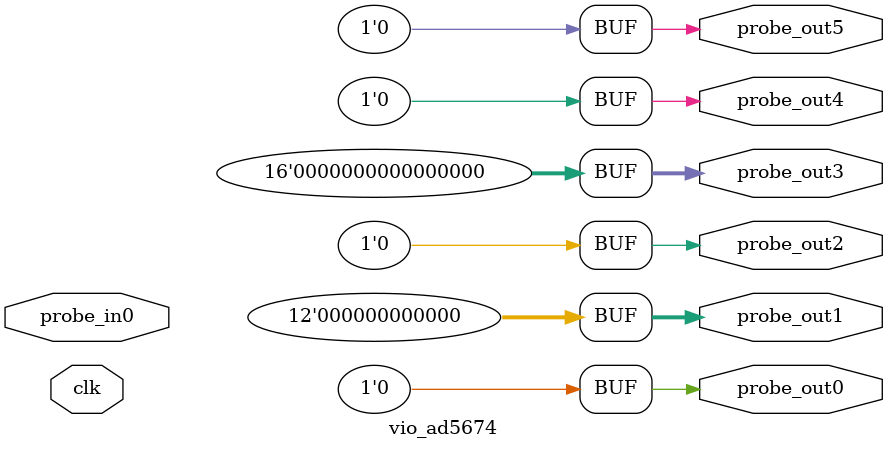
<source format=v>
`timescale 1ns / 1ps
module vio_ad5674 (
clk,
probe_in0,
probe_out0,
probe_out1,
probe_out2,
probe_out3,
probe_out4,
probe_out5
);

input clk;
input [15 : 0] probe_in0;

output reg [0 : 0] probe_out0 = 'h0 ;
output reg [11 : 0] probe_out1 = 'h000 ;
output reg [0 : 0] probe_out2 = 'h0 ;
output reg [15 : 0] probe_out3 = 'h0000 ;
output reg [0 : 0] probe_out4 = 'h0 ;
output reg [0 : 0] probe_out5 = 'h0 ;


endmodule

</source>
